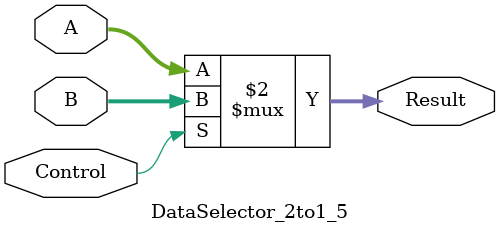
<source format=v>
`timescale 1ns / 1ps


module DataSelector_3to1_32(zero,PCWriteCond,A, B, C, Control, Result);
  input [31:0] A, B, C;
  input [1:0] Control;
  output reg[31:0] Result;
  input zero,PCWriteCond;
  always @(*)//Control or A or B or C or PCWriteCond) 
  begin
  if (zero & PCWriteCond) begin
  case(Control)
  2'd0: Result = A;
  2'd1: Result = B;
  2'd2: Result = C;
  default Result = Result;
  endcase
  end
  else begin
  case(Control)
  2'd0: Result = A;
  2'd1: Result = A;
  2'd2: Result = C;
  default Result = Result;
  endcase
  end
  end
endmodule

//module DataSelector_2to1_sa(A, B, Control, Result);
//  input [31:0] A;
//  input [31:0] B;
//  input Control;
//  output [31:0] Result;
//  assign Result = (Control == 1'b0 ? A : B);
//endmodule

module DataSelector_4to1(A, B, C, D, Control, Result);
  input [31:0] A, B, C, D;
  input [1:0]Control;
  output reg[31:0] Result;
  always @(Control or A or B or C or D) begin
    case(Control)
        2'b00: Result = A;
        2'b01: Result = B;
        2'b10: Result = C;
        2'b11: Result = D;
        default: Result = 0;
     endcase
  end
endmodule

module DataSelector_2to1_32(A, B, Control, Result);
  input [31:0] A, B;
  input Control;
  output [31:0] Result;
  assign Result = (Control == 1'b0 ? A : B);
endmodule

module DataSelector_2to1_5(A, B, Control, Result);
  input [4:0] A, B;
  input Control;
  output [4:0] Result;
  assign Result = (Control == 1'b0 ? A : B);
endmodule
</source>
